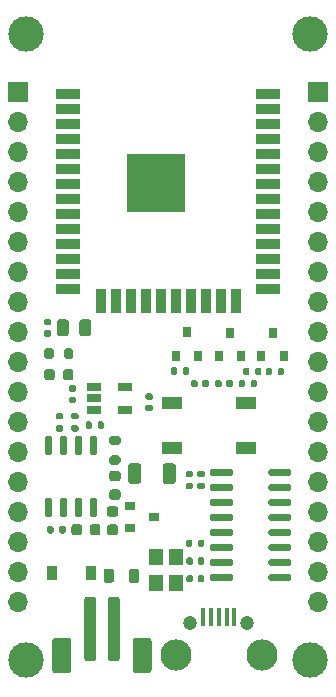
<source format=gbr>
%TF.GenerationSoftware,KiCad,Pcbnew,(5.1.7-0-10_14)*%
%TF.CreationDate,2020-11-01T22:18:58+09:00*%
%TF.ProjectId,esp32-dev,65737033-322d-4646-9576-2e6b69636164,rev?*%
%TF.SameCoordinates,Original*%
%TF.FileFunction,Soldermask,Top*%
%TF.FilePolarity,Negative*%
%FSLAX46Y46*%
G04 Gerber Fmt 4.6, Leading zero omitted, Abs format (unit mm)*
G04 Created by KiCad (PCBNEW (5.1.7-0-10_14)) date 2020-11-01 22:18:58*
%MOMM*%
%LPD*%
G01*
G04 APERTURE LIST*
%ADD10R,0.900000X1.200000*%
%ADD11C,1.200000*%
%ADD12C,2.640000*%
%ADD13R,0.400000X1.600000*%
%ADD14R,0.900000X0.800000*%
%ADD15R,0.800000X0.900000*%
%ADD16R,1.700000X1.000000*%
%ADD17R,5.000000X5.000000*%
%ADD18R,2.000000X0.900000*%
%ADD19R,0.900000X2.000000*%
%ADD20R,1.220000X0.650000*%
%ADD21R,1.200000X1.400000*%
%ADD22C,3.000000*%
%ADD23O,1.700000X1.700000*%
%ADD24R,1.700000X1.700000*%
G04 APERTURE END LIST*
%TO.C,C1*%
G36*
G01*
X126425000Y-105850000D02*
X126425000Y-106350000D01*
G75*
G02*
X126200000Y-106575000I-225000J0D01*
G01*
X125750000Y-106575000D01*
G75*
G02*
X125525000Y-106350000I0J225000D01*
G01*
X125525000Y-105850000D01*
G75*
G02*
X125750000Y-105625000I225000J0D01*
G01*
X126200000Y-105625000D01*
G75*
G02*
X126425000Y-105850000I0J-225000D01*
G01*
G37*
G36*
G01*
X127975000Y-105850000D02*
X127975000Y-106350000D01*
G75*
G02*
X127750000Y-106575000I-225000J0D01*
G01*
X127300000Y-106575000D01*
G75*
G02*
X127075000Y-106350000I0J225000D01*
G01*
X127075000Y-105850000D01*
G75*
G02*
X127300000Y-105625000I225000J0D01*
G01*
X127750000Y-105625000D01*
G75*
G02*
X127975000Y-105850000I0J-225000D01*
G01*
G37*
%TD*%
%TO.C,C2*%
G36*
G01*
X125430000Y-93870000D02*
X125770000Y-93870000D01*
G75*
G02*
X125910000Y-94010000I0J-140000D01*
G01*
X125910000Y-94290000D01*
G75*
G02*
X125770000Y-94430000I-140000J0D01*
G01*
X125430000Y-94430000D01*
G75*
G02*
X125290000Y-94290000I0J140000D01*
G01*
X125290000Y-94010000D01*
G75*
G02*
X125430000Y-93870000I140000J0D01*
G01*
G37*
G36*
G01*
X125430000Y-94830000D02*
X125770000Y-94830000D01*
G75*
G02*
X125910000Y-94970000I0J-140000D01*
G01*
X125910000Y-95250000D01*
G75*
G02*
X125770000Y-95390000I-140000J0D01*
G01*
X125430000Y-95390000D01*
G75*
G02*
X125290000Y-95250000I0J140000D01*
G01*
X125290000Y-94970000D01*
G75*
G02*
X125430000Y-94830000I140000J0D01*
G01*
G37*
%TD*%
%TO.C,C3*%
G36*
G01*
X123330000Y-89200000D02*
X123670000Y-89200000D01*
G75*
G02*
X123810000Y-89340000I0J-140000D01*
G01*
X123810000Y-89620000D01*
G75*
G02*
X123670000Y-89760000I-140000J0D01*
G01*
X123330000Y-89760000D01*
G75*
G02*
X123190000Y-89620000I0J140000D01*
G01*
X123190000Y-89340000D01*
G75*
G02*
X123330000Y-89200000I140000J0D01*
G01*
G37*
G36*
G01*
X123330000Y-88240000D02*
X123670000Y-88240000D01*
G75*
G02*
X123810000Y-88380000I0J-140000D01*
G01*
X123810000Y-88660000D01*
G75*
G02*
X123670000Y-88800000I-140000J0D01*
G01*
X123330000Y-88800000D01*
G75*
G02*
X123190000Y-88660000I0J140000D01*
G01*
X123190000Y-88380000D01*
G75*
G02*
X123330000Y-88240000I140000J0D01*
G01*
G37*
%TD*%
%TO.C,C4*%
G36*
G01*
X127200000Y-88525000D02*
X127200000Y-89475000D01*
G75*
G02*
X126950000Y-89725000I-250000J0D01*
G01*
X126450000Y-89725000D01*
G75*
G02*
X126200000Y-89475000I0J250000D01*
G01*
X126200000Y-88525000D01*
G75*
G02*
X126450000Y-88275000I250000J0D01*
G01*
X126950000Y-88275000D01*
G75*
G02*
X127200000Y-88525000I0J-250000D01*
G01*
G37*
G36*
G01*
X125300000Y-88525000D02*
X125300000Y-89475000D01*
G75*
G02*
X125050000Y-89725000I-250000J0D01*
G01*
X124550000Y-89725000D01*
G75*
G02*
X124300000Y-89475000I0J250000D01*
G01*
X124300000Y-88525000D01*
G75*
G02*
X124550000Y-88275000I250000J0D01*
G01*
X125050000Y-88275000D01*
G75*
G02*
X125300000Y-88525000I0J-250000D01*
G01*
G37*
%TD*%
%TO.C,C5*%
G36*
G01*
X128750000Y-104100000D02*
X129250000Y-104100000D01*
G75*
G02*
X129475000Y-104325000I0J-225000D01*
G01*
X129475000Y-104775000D01*
G75*
G02*
X129250000Y-105000000I-225000J0D01*
G01*
X128750000Y-105000000D01*
G75*
G02*
X128525000Y-104775000I0J225000D01*
G01*
X128525000Y-104325000D01*
G75*
G02*
X128750000Y-104100000I225000J0D01*
G01*
G37*
G36*
G01*
X128750000Y-105650000D02*
X129250000Y-105650000D01*
G75*
G02*
X129475000Y-105875000I0J-225000D01*
G01*
X129475000Y-106325000D01*
G75*
G02*
X129250000Y-106550000I-225000J0D01*
G01*
X128750000Y-106550000D01*
G75*
G02*
X128525000Y-106325000I0J225000D01*
G01*
X128525000Y-105875000D01*
G75*
G02*
X128750000Y-105650000I225000J0D01*
G01*
G37*
%TD*%
%TO.C,C6*%
G36*
G01*
X131930000Y-94540000D02*
X132270000Y-94540000D01*
G75*
G02*
X132410000Y-94680000I0J-140000D01*
G01*
X132410000Y-94960000D01*
G75*
G02*
X132270000Y-95100000I-140000J0D01*
G01*
X131930000Y-95100000D01*
G75*
G02*
X131790000Y-94960000I0J140000D01*
G01*
X131790000Y-94680000D01*
G75*
G02*
X131930000Y-94540000I140000J0D01*
G01*
G37*
G36*
G01*
X131930000Y-95500000D02*
X132270000Y-95500000D01*
G75*
G02*
X132410000Y-95640000I0J-140000D01*
G01*
X132410000Y-95920000D01*
G75*
G02*
X132270000Y-96060000I-140000J0D01*
G01*
X131930000Y-96060000D01*
G75*
G02*
X131790000Y-95920000I0J140000D01*
G01*
X131790000Y-95640000D01*
G75*
G02*
X131930000Y-95500000I140000J0D01*
G01*
G37*
%TD*%
%TO.C,C7*%
G36*
G01*
X138230000Y-93556000D02*
X138230000Y-93896000D01*
G75*
G02*
X138090000Y-94036000I-140000J0D01*
G01*
X137810000Y-94036000D01*
G75*
G02*
X137670000Y-93896000I0J140000D01*
G01*
X137670000Y-93556000D01*
G75*
G02*
X137810000Y-93416000I140000J0D01*
G01*
X138090000Y-93416000D01*
G75*
G02*
X138230000Y-93556000I0J-140000D01*
G01*
G37*
G36*
G01*
X139190000Y-93556000D02*
X139190000Y-93896000D01*
G75*
G02*
X139050000Y-94036000I-140000J0D01*
G01*
X138770000Y-94036000D01*
G75*
G02*
X138630000Y-93896000I0J140000D01*
G01*
X138630000Y-93556000D01*
G75*
G02*
X138770000Y-93416000I140000J0D01*
G01*
X139050000Y-93416000D01*
G75*
G02*
X139190000Y-93556000I0J-140000D01*
G01*
G37*
%TD*%
%TO.C,C8*%
G36*
G01*
X137158000Y-93556000D02*
X137158000Y-93896000D01*
G75*
G02*
X137018000Y-94036000I-140000J0D01*
G01*
X136738000Y-94036000D01*
G75*
G02*
X136598000Y-93896000I0J140000D01*
G01*
X136598000Y-93556000D01*
G75*
G02*
X136738000Y-93416000I140000J0D01*
G01*
X137018000Y-93416000D01*
G75*
G02*
X137158000Y-93556000I0J-140000D01*
G01*
G37*
G36*
G01*
X136198000Y-93556000D02*
X136198000Y-93896000D01*
G75*
G02*
X136058000Y-94036000I-140000J0D01*
G01*
X135778000Y-94036000D01*
G75*
G02*
X135638000Y-93896000I0J140000D01*
G01*
X135638000Y-93556000D01*
G75*
G02*
X135778000Y-93416000I140000J0D01*
G01*
X136058000Y-93416000D01*
G75*
G02*
X136198000Y-93556000I0J-140000D01*
G01*
G37*
%TD*%
%TO.C,C9*%
G36*
G01*
X136780000Y-108580000D02*
X136780000Y-108920000D01*
G75*
G02*
X136640000Y-109060000I-140000J0D01*
G01*
X136360000Y-109060000D01*
G75*
G02*
X136220000Y-108920000I0J140000D01*
G01*
X136220000Y-108580000D01*
G75*
G02*
X136360000Y-108440000I140000J0D01*
G01*
X136640000Y-108440000D01*
G75*
G02*
X136780000Y-108580000I0J-140000D01*
G01*
G37*
G36*
G01*
X135820000Y-108580000D02*
X135820000Y-108920000D01*
G75*
G02*
X135680000Y-109060000I-140000J0D01*
G01*
X135400000Y-109060000D01*
G75*
G02*
X135260000Y-108920000I0J140000D01*
G01*
X135260000Y-108580000D01*
G75*
G02*
X135400000Y-108440000I140000J0D01*
G01*
X135680000Y-108440000D01*
G75*
G02*
X135820000Y-108580000I0J-140000D01*
G01*
G37*
%TD*%
%TO.C,C10*%
G36*
G01*
X135820000Y-110080000D02*
X135820000Y-110420000D01*
G75*
G02*
X135680000Y-110560000I-140000J0D01*
G01*
X135400000Y-110560000D01*
G75*
G02*
X135260000Y-110420000I0J140000D01*
G01*
X135260000Y-110080000D01*
G75*
G02*
X135400000Y-109940000I140000J0D01*
G01*
X135680000Y-109940000D01*
G75*
G02*
X135820000Y-110080000I0J-140000D01*
G01*
G37*
G36*
G01*
X136780000Y-110080000D02*
X136780000Y-110420000D01*
G75*
G02*
X136640000Y-110560000I-140000J0D01*
G01*
X136360000Y-110560000D01*
G75*
G02*
X136220000Y-110420000I0J140000D01*
G01*
X136220000Y-110080000D01*
G75*
G02*
X136360000Y-109940000I140000J0D01*
G01*
X136640000Y-109940000D01*
G75*
G02*
X136780000Y-110080000I0J-140000D01*
G01*
G37*
%TD*%
D10*
%TO.C,D1*%
X123850000Y-109750000D03*
X127150000Y-109750000D03*
%TD*%
%TO.C,D2*%
G36*
G01*
X128943750Y-102687500D02*
X129456250Y-102687500D01*
G75*
G02*
X129675000Y-102906250I0J-218750D01*
G01*
X129675000Y-103343750D01*
G75*
G02*
X129456250Y-103562500I-218750J0D01*
G01*
X128943750Y-103562500D01*
G75*
G02*
X128725000Y-103343750I0J218750D01*
G01*
X128725000Y-102906250D01*
G75*
G02*
X128943750Y-102687500I218750J0D01*
G01*
G37*
G36*
G01*
X128943750Y-101112500D02*
X129456250Y-101112500D01*
G75*
G02*
X129675000Y-101331250I0J-218750D01*
G01*
X129675000Y-101768750D01*
G75*
G02*
X129456250Y-101987500I-218750J0D01*
G01*
X128943750Y-101987500D01*
G75*
G02*
X128725000Y-101768750I0J218750D01*
G01*
X128725000Y-101331250D01*
G75*
G02*
X128943750Y-101112500I218750J0D01*
G01*
G37*
%TD*%
%TO.C,D3*%
G36*
G01*
X124810000Y-93220250D02*
X124810000Y-92707750D01*
G75*
G02*
X125028750Y-92489000I218750J0D01*
G01*
X125466250Y-92489000D01*
G75*
G02*
X125685000Y-92707750I0J-218750D01*
G01*
X125685000Y-93220250D01*
G75*
G02*
X125466250Y-93439000I-218750J0D01*
G01*
X125028750Y-93439000D01*
G75*
G02*
X124810000Y-93220250I0J218750D01*
G01*
G37*
G36*
G01*
X123235000Y-93220250D02*
X123235000Y-92707750D01*
G75*
G02*
X123453750Y-92489000I218750J0D01*
G01*
X123891250Y-92489000D01*
G75*
G02*
X124110000Y-92707750I0J-218750D01*
G01*
X124110000Y-93220250D01*
G75*
G02*
X123891250Y-93439000I-218750J0D01*
G01*
X123453750Y-93439000D01*
G75*
G02*
X123235000Y-93220250I0J218750D01*
G01*
G37*
%TD*%
%TO.C,FB1*%
G36*
G01*
X128250000Y-110381250D02*
X128250000Y-109618750D01*
G75*
G02*
X128468750Y-109400000I218750J0D01*
G01*
X128906250Y-109400000D01*
G75*
G02*
X129125000Y-109618750I0J-218750D01*
G01*
X129125000Y-110381250D01*
G75*
G02*
X128906250Y-110600000I-218750J0D01*
G01*
X128468750Y-110600000D01*
G75*
G02*
X128250000Y-110381250I0J218750D01*
G01*
G37*
G36*
G01*
X130375000Y-110381250D02*
X130375000Y-109618750D01*
G75*
G02*
X130593750Y-109400000I218750J0D01*
G01*
X131031250Y-109400000D01*
G75*
G02*
X131250000Y-109618750I0J-218750D01*
G01*
X131250000Y-110381250D01*
G75*
G02*
X131031250Y-110600000I-218750J0D01*
G01*
X130593750Y-110600000D01*
G75*
G02*
X130375000Y-110381250I0J218750D01*
G01*
G37*
%TD*%
%TO.C,J1*%
G36*
G01*
X125500000Y-115500000D02*
X125500000Y-118000000D01*
G75*
G02*
X125250000Y-118250000I-250000J0D01*
G01*
X124150000Y-118250000D01*
G75*
G02*
X123900000Y-118000000I0J250000D01*
G01*
X123900000Y-115500000D01*
G75*
G02*
X124150000Y-115250000I250000J0D01*
G01*
X125250000Y-115250000D01*
G75*
G02*
X125500000Y-115500000I0J-250000D01*
G01*
G37*
G36*
G01*
X132300000Y-115500000D02*
X132300000Y-118000000D01*
G75*
G02*
X132050000Y-118250000I-250000J0D01*
G01*
X130950000Y-118250000D01*
G75*
G02*
X130700000Y-118000000I0J250000D01*
G01*
X130700000Y-115500000D01*
G75*
G02*
X130950000Y-115250000I250000J0D01*
G01*
X132050000Y-115250000D01*
G75*
G02*
X132300000Y-115500000I0J-250000D01*
G01*
G37*
G36*
G01*
X127600000Y-112000000D02*
X127600000Y-117000000D01*
G75*
G02*
X127350000Y-117250000I-250000J0D01*
G01*
X126850000Y-117250000D01*
G75*
G02*
X126600000Y-117000000I0J250000D01*
G01*
X126600000Y-112000000D01*
G75*
G02*
X126850000Y-111750000I250000J0D01*
G01*
X127350000Y-111750000D01*
G75*
G02*
X127600000Y-112000000I0J-250000D01*
G01*
G37*
G36*
G01*
X129600000Y-112000000D02*
X129600000Y-117000000D01*
G75*
G02*
X129350000Y-117250000I-250000J0D01*
G01*
X128850000Y-117250000D01*
G75*
G02*
X128600000Y-117000000I0J250000D01*
G01*
X128600000Y-112000000D01*
G75*
G02*
X128850000Y-111750000I250000J0D01*
G01*
X129350000Y-111750000D01*
G75*
G02*
X129600000Y-112000000I0J-250000D01*
G01*
G37*
%TD*%
D11*
%TO.C,J2*%
X135575000Y-114020000D03*
X140425000Y-114020000D03*
D12*
X134375000Y-116700000D03*
X141625000Y-116700000D03*
D13*
X139300000Y-113500000D03*
X138650000Y-113500000D03*
X138000000Y-113500000D03*
X137350000Y-113500000D03*
X136700000Y-113500000D03*
%TD*%
D14*
%TO.C,Q1*%
X130500000Y-104050000D03*
X130500000Y-105950000D03*
X132500000Y-105000000D03*
%TD*%
D15*
%TO.C,Q4*%
X135300000Y-89375000D03*
X136250000Y-91375000D03*
X134350000Y-91375000D03*
%TD*%
%TO.C,R1*%
G36*
G01*
X135760000Y-107065000D02*
X135760000Y-107435000D01*
G75*
G02*
X135625000Y-107570000I-135000J0D01*
G01*
X135355000Y-107570000D01*
G75*
G02*
X135220000Y-107435000I0J135000D01*
G01*
X135220000Y-107065000D01*
G75*
G02*
X135355000Y-106930000I135000J0D01*
G01*
X135625000Y-106930000D01*
G75*
G02*
X135760000Y-107065000I0J-135000D01*
G01*
G37*
G36*
G01*
X136780000Y-107065000D02*
X136780000Y-107435000D01*
G75*
G02*
X136645000Y-107570000I-135000J0D01*
G01*
X136375000Y-107570000D01*
G75*
G02*
X136240000Y-107435000I0J135000D01*
G01*
X136240000Y-107065000D01*
G75*
G02*
X136375000Y-106930000I135000J0D01*
G01*
X136645000Y-106930000D01*
G75*
G02*
X136780000Y-107065000I0J-135000D01*
G01*
G37*
%TD*%
%TO.C,R2*%
G36*
G01*
X133234000Y-101971001D02*
X133234000Y-100720999D01*
G75*
G02*
X133483999Y-100471000I249999J0D01*
G01*
X134109001Y-100471000D01*
G75*
G02*
X134359000Y-100720999I0J-249999D01*
G01*
X134359000Y-101971001D01*
G75*
G02*
X134109001Y-102221000I-249999J0D01*
G01*
X133483999Y-102221000D01*
G75*
G02*
X133234000Y-101971001I0J249999D01*
G01*
G37*
G36*
G01*
X130309000Y-101971001D02*
X130309000Y-100720999D01*
G75*
G02*
X130558999Y-100471000I249999J0D01*
G01*
X131184001Y-100471000D01*
G75*
G02*
X131434000Y-100720999I0J-249999D01*
G01*
X131434000Y-101971001D01*
G75*
G02*
X131184001Y-102221000I-249999J0D01*
G01*
X130558999Y-102221000D01*
G75*
G02*
X130309000Y-101971001I0J249999D01*
G01*
G37*
%TD*%
%TO.C,R3*%
G36*
G01*
X128280000Y-97065000D02*
X128280000Y-97435000D01*
G75*
G02*
X128145000Y-97570000I-135000J0D01*
G01*
X127875000Y-97570000D01*
G75*
G02*
X127740000Y-97435000I0J135000D01*
G01*
X127740000Y-97065000D01*
G75*
G02*
X127875000Y-96930000I135000J0D01*
G01*
X128145000Y-96930000D01*
G75*
G02*
X128280000Y-97065000I0J-135000D01*
G01*
G37*
G36*
G01*
X127260000Y-97065000D02*
X127260000Y-97435000D01*
G75*
G02*
X127125000Y-97570000I-135000J0D01*
G01*
X126855000Y-97570000D01*
G75*
G02*
X126720000Y-97435000I0J135000D01*
G01*
X126720000Y-97065000D01*
G75*
G02*
X126855000Y-96930000I135000J0D01*
G01*
X127125000Y-96930000D01*
G75*
G02*
X127260000Y-97065000I0J-135000D01*
G01*
G37*
%TD*%
%TO.C,R4*%
G36*
G01*
X128925000Y-98150000D02*
X129475000Y-98150000D01*
G75*
G02*
X129675000Y-98350000I0J-200000D01*
G01*
X129675000Y-98750000D01*
G75*
G02*
X129475000Y-98950000I-200000J0D01*
G01*
X128925000Y-98950000D01*
G75*
G02*
X128725000Y-98750000I0J200000D01*
G01*
X128725000Y-98350000D01*
G75*
G02*
X128925000Y-98150000I200000J0D01*
G01*
G37*
G36*
G01*
X128925000Y-99800000D02*
X129475000Y-99800000D01*
G75*
G02*
X129675000Y-100000000I0J-200000D01*
G01*
X129675000Y-100400000D01*
G75*
G02*
X129475000Y-100600000I-200000J0D01*
G01*
X128925000Y-100600000D01*
G75*
G02*
X128725000Y-100400000I0J200000D01*
G01*
X128725000Y-100000000D01*
G75*
G02*
X128925000Y-99800000I200000J0D01*
G01*
G37*
%TD*%
%TO.C,R5*%
G36*
G01*
X125985000Y-96760000D02*
X125615000Y-96760000D01*
G75*
G02*
X125480000Y-96625000I0J135000D01*
G01*
X125480000Y-96355000D01*
G75*
G02*
X125615000Y-96220000I135000J0D01*
G01*
X125985000Y-96220000D01*
G75*
G02*
X126120000Y-96355000I0J-135000D01*
G01*
X126120000Y-96625000D01*
G75*
G02*
X125985000Y-96760000I-135000J0D01*
G01*
G37*
G36*
G01*
X125985000Y-97780000D02*
X125615000Y-97780000D01*
G75*
G02*
X125480000Y-97645000I0J135000D01*
G01*
X125480000Y-97375000D01*
G75*
G02*
X125615000Y-97240000I135000J0D01*
G01*
X125985000Y-97240000D01*
G75*
G02*
X126120000Y-97375000I0J-135000D01*
G01*
X126120000Y-97645000D01*
G75*
G02*
X125985000Y-97780000I-135000J0D01*
G01*
G37*
%TD*%
%TO.C,R6*%
G36*
G01*
X124685000Y-96760000D02*
X124315000Y-96760000D01*
G75*
G02*
X124180000Y-96625000I0J135000D01*
G01*
X124180000Y-96355000D01*
G75*
G02*
X124315000Y-96220000I135000J0D01*
G01*
X124685000Y-96220000D01*
G75*
G02*
X124820000Y-96355000I0J-135000D01*
G01*
X124820000Y-96625000D01*
G75*
G02*
X124685000Y-96760000I-135000J0D01*
G01*
G37*
G36*
G01*
X124685000Y-97780000D02*
X124315000Y-97780000D01*
G75*
G02*
X124180000Y-97645000I0J135000D01*
G01*
X124180000Y-97375000D01*
G75*
G02*
X124315000Y-97240000I135000J0D01*
G01*
X124685000Y-97240000D01*
G75*
G02*
X124820000Y-97375000I0J-135000D01*
G01*
X124820000Y-97645000D01*
G75*
G02*
X124685000Y-97780000I-135000J0D01*
G01*
G37*
%TD*%
%TO.C,R7*%
G36*
G01*
X140050000Y-92885000D02*
X140050000Y-92515000D01*
G75*
G02*
X140185000Y-92380000I135000J0D01*
G01*
X140455000Y-92380000D01*
G75*
G02*
X140590000Y-92515000I0J-135000D01*
G01*
X140590000Y-92885000D01*
G75*
G02*
X140455000Y-93020000I-135000J0D01*
G01*
X140185000Y-93020000D01*
G75*
G02*
X140050000Y-92885000I0J135000D01*
G01*
G37*
G36*
G01*
X141070000Y-92885000D02*
X141070000Y-92515000D01*
G75*
G02*
X141205000Y-92380000I135000J0D01*
G01*
X141475000Y-92380000D01*
G75*
G02*
X141610000Y-92515000I0J-135000D01*
G01*
X141610000Y-92885000D01*
G75*
G02*
X141475000Y-93020000I-135000J0D01*
G01*
X141205000Y-93020000D01*
G75*
G02*
X141070000Y-92885000I0J135000D01*
G01*
G37*
%TD*%
%TO.C,R8*%
G36*
G01*
X143526000Y-92525000D02*
X143526000Y-92895000D01*
G75*
G02*
X143391000Y-93030000I-135000J0D01*
G01*
X143121000Y-93030000D01*
G75*
G02*
X142986000Y-92895000I0J135000D01*
G01*
X142986000Y-92525000D01*
G75*
G02*
X143121000Y-92390000I135000J0D01*
G01*
X143391000Y-92390000D01*
G75*
G02*
X143526000Y-92525000I0J-135000D01*
G01*
G37*
G36*
G01*
X142506000Y-92525000D02*
X142506000Y-92895000D01*
G75*
G02*
X142371000Y-93030000I-135000J0D01*
G01*
X142101000Y-93030000D01*
G75*
G02*
X141966000Y-92895000I0J135000D01*
G01*
X141966000Y-92525000D01*
G75*
G02*
X142101000Y-92390000I135000J0D01*
G01*
X142371000Y-92390000D01*
G75*
G02*
X142506000Y-92525000I0J-135000D01*
G01*
G37*
%TD*%
%TO.C,R9*%
G36*
G01*
X124490000Y-106285000D02*
X124490000Y-105915000D01*
G75*
G02*
X124625000Y-105780000I135000J0D01*
G01*
X124895000Y-105780000D01*
G75*
G02*
X125030000Y-105915000I0J-135000D01*
G01*
X125030000Y-106285000D01*
G75*
G02*
X124895000Y-106420000I-135000J0D01*
G01*
X124625000Y-106420000D01*
G75*
G02*
X124490000Y-106285000I0J135000D01*
G01*
G37*
G36*
G01*
X123470000Y-106285000D02*
X123470000Y-105915000D01*
G75*
G02*
X123605000Y-105780000I135000J0D01*
G01*
X123875000Y-105780000D01*
G75*
G02*
X124010000Y-105915000I0J-135000D01*
G01*
X124010000Y-106285000D01*
G75*
G02*
X123875000Y-106420000I-135000J0D01*
G01*
X123605000Y-106420000D01*
G75*
G02*
X123470000Y-106285000I0J135000D01*
G01*
G37*
%TD*%
%TO.C,R10*%
G36*
G01*
X140222000Y-93541000D02*
X140222000Y-93911000D01*
G75*
G02*
X140087000Y-94046000I-135000J0D01*
G01*
X139817000Y-94046000D01*
G75*
G02*
X139682000Y-93911000I0J135000D01*
G01*
X139682000Y-93541000D01*
G75*
G02*
X139817000Y-93406000I135000J0D01*
G01*
X140087000Y-93406000D01*
G75*
G02*
X140222000Y-93541000I0J-135000D01*
G01*
G37*
G36*
G01*
X141242000Y-93541000D02*
X141242000Y-93911000D01*
G75*
G02*
X141107000Y-94046000I-135000J0D01*
G01*
X140837000Y-94046000D01*
G75*
G02*
X140702000Y-93911000I0J135000D01*
G01*
X140702000Y-93541000D01*
G75*
G02*
X140837000Y-93406000I135000J0D01*
G01*
X141107000Y-93406000D01*
G75*
G02*
X141242000Y-93541000I0J-135000D01*
G01*
G37*
%TD*%
%TO.C,R11*%
G36*
G01*
X123235000Y-91461000D02*
X123235000Y-90911000D01*
G75*
G02*
X123435000Y-90711000I200000J0D01*
G01*
X123835000Y-90711000D01*
G75*
G02*
X124035000Y-90911000I0J-200000D01*
G01*
X124035000Y-91461000D01*
G75*
G02*
X123835000Y-91661000I-200000J0D01*
G01*
X123435000Y-91661000D01*
G75*
G02*
X123235000Y-91461000I0J200000D01*
G01*
G37*
G36*
G01*
X124885000Y-91461000D02*
X124885000Y-90911000D01*
G75*
G02*
X125085000Y-90711000I200000J0D01*
G01*
X125485000Y-90711000D01*
G75*
G02*
X125685000Y-90911000I0J-200000D01*
G01*
X125685000Y-91461000D01*
G75*
G02*
X125485000Y-91661000I-200000J0D01*
G01*
X125085000Y-91661000D01*
G75*
G02*
X124885000Y-91461000I0J200000D01*
G01*
G37*
%TD*%
%TO.C,R12*%
G36*
G01*
X136685000Y-101660000D02*
X136315000Y-101660000D01*
G75*
G02*
X136180000Y-101525000I0J135000D01*
G01*
X136180000Y-101255000D01*
G75*
G02*
X136315000Y-101120000I135000J0D01*
G01*
X136685000Y-101120000D01*
G75*
G02*
X136820000Y-101255000I0J-135000D01*
G01*
X136820000Y-101525000D01*
G75*
G02*
X136685000Y-101660000I-135000J0D01*
G01*
G37*
G36*
G01*
X136685000Y-102680000D02*
X136315000Y-102680000D01*
G75*
G02*
X136180000Y-102545000I0J135000D01*
G01*
X136180000Y-102275000D01*
G75*
G02*
X136315000Y-102140000I135000J0D01*
G01*
X136685000Y-102140000D01*
G75*
G02*
X136820000Y-102275000I0J-135000D01*
G01*
X136820000Y-102545000D01*
G75*
G02*
X136685000Y-102680000I-135000J0D01*
G01*
G37*
%TD*%
%TO.C,R13*%
G36*
G01*
X135315000Y-101120000D02*
X135685000Y-101120000D01*
G75*
G02*
X135820000Y-101255000I0J-135000D01*
G01*
X135820000Y-101525000D01*
G75*
G02*
X135685000Y-101660000I-135000J0D01*
G01*
X135315000Y-101660000D01*
G75*
G02*
X135180000Y-101525000I0J135000D01*
G01*
X135180000Y-101255000D01*
G75*
G02*
X135315000Y-101120000I135000J0D01*
G01*
G37*
G36*
G01*
X135315000Y-102140000D02*
X135685000Y-102140000D01*
G75*
G02*
X135820000Y-102275000I0J-135000D01*
G01*
X135820000Y-102545000D01*
G75*
G02*
X135685000Y-102680000I-135000J0D01*
G01*
X135315000Y-102680000D01*
G75*
G02*
X135180000Y-102545000I0J135000D01*
G01*
X135180000Y-102275000D01*
G75*
G02*
X135315000Y-102140000I135000J0D01*
G01*
G37*
%TD*%
%TO.C,R14*%
G36*
G01*
X133935000Y-92860000D02*
X133935000Y-92490000D01*
G75*
G02*
X134070000Y-92355000I135000J0D01*
G01*
X134340000Y-92355000D01*
G75*
G02*
X134475000Y-92490000I0J-135000D01*
G01*
X134475000Y-92860000D01*
G75*
G02*
X134340000Y-92995000I-135000J0D01*
G01*
X134070000Y-92995000D01*
G75*
G02*
X133935000Y-92860000I0J135000D01*
G01*
G37*
G36*
G01*
X134955000Y-92860000D02*
X134955000Y-92490000D01*
G75*
G02*
X135090000Y-92355000I135000J0D01*
G01*
X135360000Y-92355000D01*
G75*
G02*
X135495000Y-92490000I0J-135000D01*
G01*
X135495000Y-92860000D01*
G75*
G02*
X135360000Y-92995000I-135000J0D01*
G01*
X135090000Y-92995000D01*
G75*
G02*
X134955000Y-92860000I0J135000D01*
G01*
G37*
%TD*%
D16*
%TO.C,SW1*%
X140310000Y-99182000D03*
X134010000Y-99182000D03*
X140310000Y-95382000D03*
X134010000Y-95382000D03*
%TD*%
D17*
%TO.C,U1*%
X132700000Y-76745000D03*
D18*
X125200000Y-69245000D03*
X125200000Y-70515000D03*
X125200000Y-71785000D03*
X125200000Y-73055000D03*
X125200000Y-74325000D03*
X125200000Y-75595000D03*
X125200000Y-76865000D03*
X125200000Y-78135000D03*
X125200000Y-79405000D03*
X125200000Y-80675000D03*
X125200000Y-81945000D03*
X125200000Y-83215000D03*
X125200000Y-84485000D03*
X125200000Y-85755000D03*
D19*
X127985000Y-86755000D03*
X129255000Y-86755000D03*
X130525000Y-86755000D03*
X131795000Y-86755000D03*
X133065000Y-86755000D03*
X134335000Y-86755000D03*
X135605000Y-86755000D03*
X136875000Y-86755000D03*
X138145000Y-86755000D03*
X139415000Y-86755000D03*
D18*
X142200000Y-85755000D03*
X142200000Y-84485000D03*
X142200000Y-83215000D03*
X142200000Y-81945000D03*
X142200000Y-80675000D03*
X142200000Y-79405000D03*
X142200000Y-78135000D03*
X142200000Y-76865000D03*
X142200000Y-75595000D03*
X142200000Y-74325000D03*
X142200000Y-73055000D03*
X142200000Y-71785000D03*
X142200000Y-70515000D03*
X142200000Y-69245000D03*
%TD*%
D20*
%TO.C,U2*%
X127472000Y-94020000D03*
X127472000Y-94970000D03*
X127472000Y-95920000D03*
X130092000Y-95920000D03*
X130092000Y-94020000D03*
%TD*%
%TO.C,U3*%
G36*
G01*
X123745000Y-99800000D02*
X123445000Y-99800000D01*
G75*
G02*
X123295000Y-99650000I0J150000D01*
G01*
X123295000Y-98300000D01*
G75*
G02*
X123445000Y-98150000I150000J0D01*
G01*
X123745000Y-98150000D01*
G75*
G02*
X123895000Y-98300000I0J-150000D01*
G01*
X123895000Y-99650000D01*
G75*
G02*
X123745000Y-99800000I-150000J0D01*
G01*
G37*
G36*
G01*
X125015000Y-99800000D02*
X124715000Y-99800000D01*
G75*
G02*
X124565000Y-99650000I0J150000D01*
G01*
X124565000Y-98300000D01*
G75*
G02*
X124715000Y-98150000I150000J0D01*
G01*
X125015000Y-98150000D01*
G75*
G02*
X125165000Y-98300000I0J-150000D01*
G01*
X125165000Y-99650000D01*
G75*
G02*
X125015000Y-99800000I-150000J0D01*
G01*
G37*
G36*
G01*
X126285000Y-99800000D02*
X125985000Y-99800000D01*
G75*
G02*
X125835000Y-99650000I0J150000D01*
G01*
X125835000Y-98300000D01*
G75*
G02*
X125985000Y-98150000I150000J0D01*
G01*
X126285000Y-98150000D01*
G75*
G02*
X126435000Y-98300000I0J-150000D01*
G01*
X126435000Y-99650000D01*
G75*
G02*
X126285000Y-99800000I-150000J0D01*
G01*
G37*
G36*
G01*
X127555000Y-99800000D02*
X127255000Y-99800000D01*
G75*
G02*
X127105000Y-99650000I0J150000D01*
G01*
X127105000Y-98300000D01*
G75*
G02*
X127255000Y-98150000I150000J0D01*
G01*
X127555000Y-98150000D01*
G75*
G02*
X127705000Y-98300000I0J-150000D01*
G01*
X127705000Y-99650000D01*
G75*
G02*
X127555000Y-99800000I-150000J0D01*
G01*
G37*
G36*
G01*
X127555000Y-105050000D02*
X127255000Y-105050000D01*
G75*
G02*
X127105000Y-104900000I0J150000D01*
G01*
X127105000Y-103550000D01*
G75*
G02*
X127255000Y-103400000I150000J0D01*
G01*
X127555000Y-103400000D01*
G75*
G02*
X127705000Y-103550000I0J-150000D01*
G01*
X127705000Y-104900000D01*
G75*
G02*
X127555000Y-105050000I-150000J0D01*
G01*
G37*
G36*
G01*
X126285000Y-105050000D02*
X125985000Y-105050000D01*
G75*
G02*
X125835000Y-104900000I0J150000D01*
G01*
X125835000Y-103550000D01*
G75*
G02*
X125985000Y-103400000I150000J0D01*
G01*
X126285000Y-103400000D01*
G75*
G02*
X126435000Y-103550000I0J-150000D01*
G01*
X126435000Y-104900000D01*
G75*
G02*
X126285000Y-105050000I-150000J0D01*
G01*
G37*
G36*
G01*
X125015000Y-105050000D02*
X124715000Y-105050000D01*
G75*
G02*
X124565000Y-104900000I0J150000D01*
G01*
X124565000Y-103550000D01*
G75*
G02*
X124715000Y-103400000I150000J0D01*
G01*
X125015000Y-103400000D01*
G75*
G02*
X125165000Y-103550000I0J-150000D01*
G01*
X125165000Y-104900000D01*
G75*
G02*
X125015000Y-105050000I-150000J0D01*
G01*
G37*
G36*
G01*
X123745000Y-105050000D02*
X123445000Y-105050000D01*
G75*
G02*
X123295000Y-104900000I0J150000D01*
G01*
X123295000Y-103550000D01*
G75*
G02*
X123445000Y-103400000I150000J0D01*
G01*
X123745000Y-103400000D01*
G75*
G02*
X123895000Y-103550000I0J-150000D01*
G01*
X123895000Y-104900000D01*
G75*
G02*
X123745000Y-105050000I-150000J0D01*
G01*
G37*
%TD*%
%TO.C,U4*%
G36*
G01*
X137250000Y-101405000D02*
X137250000Y-101105000D01*
G75*
G02*
X137400000Y-100955000I150000J0D01*
G01*
X139050000Y-100955000D01*
G75*
G02*
X139200000Y-101105000I0J-150000D01*
G01*
X139200000Y-101405000D01*
G75*
G02*
X139050000Y-101555000I-150000J0D01*
G01*
X137400000Y-101555000D01*
G75*
G02*
X137250000Y-101405000I0J150000D01*
G01*
G37*
G36*
G01*
X137250000Y-102675000D02*
X137250000Y-102375000D01*
G75*
G02*
X137400000Y-102225000I150000J0D01*
G01*
X139050000Y-102225000D01*
G75*
G02*
X139200000Y-102375000I0J-150000D01*
G01*
X139200000Y-102675000D01*
G75*
G02*
X139050000Y-102825000I-150000J0D01*
G01*
X137400000Y-102825000D01*
G75*
G02*
X137250000Y-102675000I0J150000D01*
G01*
G37*
G36*
G01*
X137250000Y-103945000D02*
X137250000Y-103645000D01*
G75*
G02*
X137400000Y-103495000I150000J0D01*
G01*
X139050000Y-103495000D01*
G75*
G02*
X139200000Y-103645000I0J-150000D01*
G01*
X139200000Y-103945000D01*
G75*
G02*
X139050000Y-104095000I-150000J0D01*
G01*
X137400000Y-104095000D01*
G75*
G02*
X137250000Y-103945000I0J150000D01*
G01*
G37*
G36*
G01*
X137250000Y-105215000D02*
X137250000Y-104915000D01*
G75*
G02*
X137400000Y-104765000I150000J0D01*
G01*
X139050000Y-104765000D01*
G75*
G02*
X139200000Y-104915000I0J-150000D01*
G01*
X139200000Y-105215000D01*
G75*
G02*
X139050000Y-105365000I-150000J0D01*
G01*
X137400000Y-105365000D01*
G75*
G02*
X137250000Y-105215000I0J150000D01*
G01*
G37*
G36*
G01*
X137250000Y-106485000D02*
X137250000Y-106185000D01*
G75*
G02*
X137400000Y-106035000I150000J0D01*
G01*
X139050000Y-106035000D01*
G75*
G02*
X139200000Y-106185000I0J-150000D01*
G01*
X139200000Y-106485000D01*
G75*
G02*
X139050000Y-106635000I-150000J0D01*
G01*
X137400000Y-106635000D01*
G75*
G02*
X137250000Y-106485000I0J150000D01*
G01*
G37*
G36*
G01*
X137250000Y-107755000D02*
X137250000Y-107455000D01*
G75*
G02*
X137400000Y-107305000I150000J0D01*
G01*
X139050000Y-107305000D01*
G75*
G02*
X139200000Y-107455000I0J-150000D01*
G01*
X139200000Y-107755000D01*
G75*
G02*
X139050000Y-107905000I-150000J0D01*
G01*
X137400000Y-107905000D01*
G75*
G02*
X137250000Y-107755000I0J150000D01*
G01*
G37*
G36*
G01*
X137250000Y-109025000D02*
X137250000Y-108725000D01*
G75*
G02*
X137400000Y-108575000I150000J0D01*
G01*
X139050000Y-108575000D01*
G75*
G02*
X139200000Y-108725000I0J-150000D01*
G01*
X139200000Y-109025000D01*
G75*
G02*
X139050000Y-109175000I-150000J0D01*
G01*
X137400000Y-109175000D01*
G75*
G02*
X137250000Y-109025000I0J150000D01*
G01*
G37*
G36*
G01*
X137250000Y-110295000D02*
X137250000Y-109995000D01*
G75*
G02*
X137400000Y-109845000I150000J0D01*
G01*
X139050000Y-109845000D01*
G75*
G02*
X139200000Y-109995000I0J-150000D01*
G01*
X139200000Y-110295000D01*
G75*
G02*
X139050000Y-110445000I-150000J0D01*
G01*
X137400000Y-110445000D01*
G75*
G02*
X137250000Y-110295000I0J150000D01*
G01*
G37*
G36*
G01*
X142200000Y-110295000D02*
X142200000Y-109995000D01*
G75*
G02*
X142350000Y-109845000I150000J0D01*
G01*
X144000000Y-109845000D01*
G75*
G02*
X144150000Y-109995000I0J-150000D01*
G01*
X144150000Y-110295000D01*
G75*
G02*
X144000000Y-110445000I-150000J0D01*
G01*
X142350000Y-110445000D01*
G75*
G02*
X142200000Y-110295000I0J150000D01*
G01*
G37*
G36*
G01*
X142200000Y-109025000D02*
X142200000Y-108725000D01*
G75*
G02*
X142350000Y-108575000I150000J0D01*
G01*
X144000000Y-108575000D01*
G75*
G02*
X144150000Y-108725000I0J-150000D01*
G01*
X144150000Y-109025000D01*
G75*
G02*
X144000000Y-109175000I-150000J0D01*
G01*
X142350000Y-109175000D01*
G75*
G02*
X142200000Y-109025000I0J150000D01*
G01*
G37*
G36*
G01*
X142200000Y-107755000D02*
X142200000Y-107455000D01*
G75*
G02*
X142350000Y-107305000I150000J0D01*
G01*
X144000000Y-107305000D01*
G75*
G02*
X144150000Y-107455000I0J-150000D01*
G01*
X144150000Y-107755000D01*
G75*
G02*
X144000000Y-107905000I-150000J0D01*
G01*
X142350000Y-107905000D01*
G75*
G02*
X142200000Y-107755000I0J150000D01*
G01*
G37*
G36*
G01*
X142200000Y-106485000D02*
X142200000Y-106185000D01*
G75*
G02*
X142350000Y-106035000I150000J0D01*
G01*
X144000000Y-106035000D01*
G75*
G02*
X144150000Y-106185000I0J-150000D01*
G01*
X144150000Y-106485000D01*
G75*
G02*
X144000000Y-106635000I-150000J0D01*
G01*
X142350000Y-106635000D01*
G75*
G02*
X142200000Y-106485000I0J150000D01*
G01*
G37*
G36*
G01*
X142200000Y-105215000D02*
X142200000Y-104915000D01*
G75*
G02*
X142350000Y-104765000I150000J0D01*
G01*
X144000000Y-104765000D01*
G75*
G02*
X144150000Y-104915000I0J-150000D01*
G01*
X144150000Y-105215000D01*
G75*
G02*
X144000000Y-105365000I-150000J0D01*
G01*
X142350000Y-105365000D01*
G75*
G02*
X142200000Y-105215000I0J150000D01*
G01*
G37*
G36*
G01*
X142200000Y-103945000D02*
X142200000Y-103645000D01*
G75*
G02*
X142350000Y-103495000I150000J0D01*
G01*
X144000000Y-103495000D01*
G75*
G02*
X144150000Y-103645000I0J-150000D01*
G01*
X144150000Y-103945000D01*
G75*
G02*
X144000000Y-104095000I-150000J0D01*
G01*
X142350000Y-104095000D01*
G75*
G02*
X142200000Y-103945000I0J150000D01*
G01*
G37*
G36*
G01*
X142200000Y-102675000D02*
X142200000Y-102375000D01*
G75*
G02*
X142350000Y-102225000I150000J0D01*
G01*
X144000000Y-102225000D01*
G75*
G02*
X144150000Y-102375000I0J-150000D01*
G01*
X144150000Y-102675000D01*
G75*
G02*
X144000000Y-102825000I-150000J0D01*
G01*
X142350000Y-102825000D01*
G75*
G02*
X142200000Y-102675000I0J150000D01*
G01*
G37*
G36*
G01*
X142200000Y-101405000D02*
X142200000Y-101105000D01*
G75*
G02*
X142350000Y-100955000I150000J0D01*
G01*
X144000000Y-100955000D01*
G75*
G02*
X144150000Y-101105000I0J-150000D01*
G01*
X144150000Y-101405000D01*
G75*
G02*
X144000000Y-101555000I-150000J0D01*
G01*
X142350000Y-101555000D01*
G75*
G02*
X142200000Y-101405000I0J150000D01*
G01*
G37*
%TD*%
D21*
%TO.C,Y1*%
X132650000Y-108400000D03*
X132650000Y-110600000D03*
X134350000Y-110600000D03*
X134350000Y-108400000D03*
%TD*%
D15*
%TO.C,Q2*%
X137975001Y-91400000D03*
X139875001Y-91400000D03*
X138925001Y-89400000D03*
%TD*%
%TO.C,Q3*%
X142550000Y-89400000D03*
X143500000Y-91400000D03*
X141600000Y-91400000D03*
%TD*%
D22*
%TO.C,H1*%
X145700000Y-117100000D03*
%TD*%
%TO.C,H2*%
X145700000Y-64100000D03*
%TD*%
%TO.C,H3*%
X121700000Y-64100000D03*
%TD*%
%TO.C,H4*%
X121700000Y-117100000D03*
%TD*%
D23*
%TO.C,J5*%
X121000000Y-112240000D03*
X121000000Y-109700000D03*
X121000000Y-107160000D03*
X121000000Y-104620000D03*
X121000000Y-102080000D03*
X121000000Y-99540000D03*
X121000000Y-97000000D03*
X121000000Y-94460000D03*
X121000000Y-91920000D03*
X121000000Y-89380000D03*
X121000000Y-86840000D03*
X121000000Y-84300000D03*
X121000000Y-81760000D03*
X121000000Y-79220000D03*
X121000000Y-76680000D03*
X121000000Y-74140000D03*
X121000000Y-71600000D03*
D24*
X121000000Y-69060000D03*
%TD*%
%TO.C,J6*%
X146400000Y-69060000D03*
D23*
X146400000Y-71600000D03*
X146400000Y-74140000D03*
X146400000Y-76680000D03*
X146400000Y-79220000D03*
X146400000Y-81760000D03*
X146400000Y-84300000D03*
X146400000Y-86840000D03*
X146400000Y-89380000D03*
X146400000Y-91920000D03*
X146400000Y-94460000D03*
X146400000Y-97000000D03*
X146400000Y-99540000D03*
X146400000Y-102080000D03*
X146400000Y-104620000D03*
X146400000Y-107160000D03*
X146400000Y-109700000D03*
X146400000Y-112240000D03*
%TD*%
M02*

</source>
